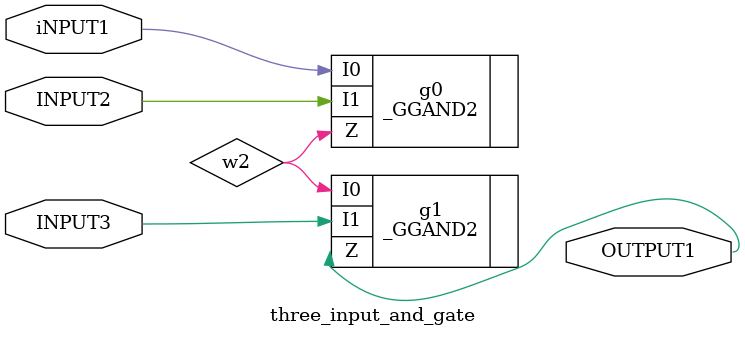
<source format=v>

`timescale 1ns/1ns


module main;    //: root_module
reg w3;    //: /sn:0 {0}(-90,288)(154,288)(154,293)(169,293){1}
reg w0;    //: /sn:0 {0}(-90,60)(154,60)(154,56)(169,56){1}
reg w30;    //: /sn:0 {0}(25,-70)(25,-54){1}
//: {2}(27,-52)(123,-52)(123,-40){3}
//: {4}(25,-50)(25,99){5}
//: {6}(27,101)(37,101)(37,105)(168,105){7}
//: {8}(25,103)(25,278)(169,278){9}
reg w29;    //: /sn:0 {0}(-60,-71)(-60,-40){1}
//: {2}(-58,-38)(73,-38)(73,-27){3}
//: {4}(-60,-36)(-60,200){5}
//: {6}(-58,202)(168,202){7}
//: {8}(-60,204)(-60,263)(169,263){9}
reg w1;    //: /sn:0 {0}(-89,137)(153,137)(153,135)(168,135){1}
reg w2;    //: /sn:0 {0}(-90,215)(153,215)(153,217)(168,217){1}
wire w6;    //: /sn:0 {0}(123,-24)(123,21){1}
//: {2}(125,23)(135,23)(135,26)(169,26){3}
//: {4}(123,25)(123,187)(168,187){5}
wire w7;    //: /sn:0 {0}(277,26)(359,26)(359,125)(374,125){1}
wire w19;    //: /sn:0 {0}(277,263)(359,263)(359,197)(374,197){1}
wire w24;    //: /sn:0 {0}(461,125)(507,125)(507,124)(521,124){1}
wire w11;    //: /sn:0 {0}(374,149)(324,149)(324,105)(276,105){1}
wire w15;    //: /sn:0 {0}(276,187)(325,187)(325,173)(374,173){1}
wire w5;    //: /sn:0 {0}(73,-11)(73,36){1}
//: {2}(75,38)(85,38)(85,41)(169,41){3}
//: {4}(73,40)(73,120)(168,120){5}
//: enddecls

  four_input_or_gate g8 (.input1(w7), .input2(w11), .input3(w15), .input4(w19), .output1(w24));   //: @(375, 102) /sz:(85, 119) /sn:0 /p:[ Li0>1 Li1>0 Li2>1 Li3>1 Ro0<0 ]
  three_input_and_gate g4 (.iNPUT1(w6), .INPUT2(w5), .INPUT3(w0), .OUTPUT1(w7));   //: @(170, 12) /sz:(106, 59) /sn:0 /p:[ Li0>3 Li1>3 Li2>1 Ro0<0 ]
  //: joint g16 (w6) @(123, 23) /w:[ 2 1 -1 4 ]
  //: SWITCH g3 (w3) @(-107,288) /sn:0 /w:[ 0 ] /st:0 /dn:1
  //: joint g17 (w30) @(25, 101) /w:[ 6 5 -1 8 ]
  //: SWITCH g2 (w2) @(-107,215) /sn:0 /w:[ 0 ] /st:0 /dn:1
  //: comment g23 @(-173,204) /sn:0
  //: /line:"D2"
  //: /end
  //: comment g24 @(-169,281) /sn:0
  //: /line:"D3"
  //: /end
  //: SWITCH g1 (w1) @(-106,137) /sn:0 /w:[ 0 ] /st:0 /dn:1
  //: LED g18 (w24) @(528,124) /sn:0 /R:3 /w:[ 1 ] /type:0
  //: joint g25 (w29) @(-60, 202) /w:[ 6 5 -1 8 ]
  _GGNBUF #(2) g10 (.I(w29), .Z(w5));   //: @(73,-21) /sn:0 /R:3 /w:[ 3 0 ]
  three_input_and_gate g6 (.iNPUT1(w6), .INPUT2(w29), .INPUT3(w2), .OUTPUT1(w15));   //: @(169, 173) /sz:(106, 59) /sn:0 /p:[ Li0>5 Li1>7 Li2>1 Ro0<0 ]
  _GGNBUF #(2) g9 (.I(w30), .Z(w6));   //: @(123,-34) /sn:0 /R:3 /w:[ 3 0 ]
  three_input_and_gate g7 (.iNPUT1(w29), .INPUT2(w30), .INPUT3(w3), .OUTPUT1(w19));   //: @(170, 249) /sz:(106, 59) /sn:0 /p:[ Li0>9 Li1>9 Li2>1 Ro0<0 ]
  //: comment g22 @(-172,127) /sn:0
  //: /line:"D1"
  //: /end
  //: SWITCH g12 (w30) @(25,-83) /sn:0 /R:3 /w:[ 0 ] /st:0 /dn:1
  //: joint g14 (w30) @(25, -52) /w:[ 2 1 -1 4 ]
  //: SWITCH g11 (w29) @(-60,-84) /sn:0 /R:3 /w:[ 0 ] /st:0 /dn:1
  three_input_and_gate g5 (.iNPUT1(w30), .INPUT2(w5), .INPUT3(w1), .OUTPUT1(w11));   //: @(169, 91) /sz:(106, 59) /sn:0 /p:[ Li0>7 Li1>5 Li2>1 Ro0<1 ]
  //: comment g21 @(-170,50) /sn:0
  //: /line:"D0"
  //: /end
  //: comment g19 @(-76,-133) /sn:0
  //: /line:"S1"
  //: /end
  //: comment g20 @(11,-133) /sn:0
  //: /line:"S0"
  //: /end
  //: joint g15 (w5) @(73, 38) /w:[ 2 1 -1 4 ]
  //: SWITCH g0 (w0) @(-107,60) /sn:0 /w:[ 0 ] /st:0 /dn:1
  //: joint g13 (w29) @(-60, -38) /w:[ 2 1 -1 4 ]

endmodule
//: /netlistEnd

//: /netlistBegin four_input_or_gate
module four_input_or_gate(input4, input3, input2, output1, input1);
//: /symbol:94236421638680
//: interface  /sz:(0, 0) /bd:[ ] /pd: 0 /pi: 0 /pe: 1 /pp: 1
input input4;    //: /sn:0 {0}(127,137)(97,137)(97,156)(82,156){1}
output output1;    //: /sn:0 {0}(222,96)(250,96)(250,95)(265,95){1}
input input3;    //: {0}(127,132)(94,132)(94,119)(-46:79,119){1}
input input2;    //: /sn:0 {0}(126,66)(100,66)(100,81)(79,81){1}
input input1;    //: {0}(126,61)(94,61)(94,44)(-99:79,44){1}
wire w2;    //: /sn:0 {0}(201,93)(162,93)(162,64)(147,64){1}
wire w5;    //: /sn:0 {0}(148,135)(186,135)(186,98)(201,98){1}
//: enddecls

  _GGOR2 #(6) g4 (.I0(input1), .I1(input2), .Z(w2));   //: @(137,64) /sn:0 /w:[ 0 0 1 ]
  //: IN g3 (input4) @(80,156) /sn:0 /w:[ 1 ]
  //: IN g2 (input3) @(77,119) /sn:0 /w:[ 1 ]
  //: IN g1 (input2) @(77,81) /sn:0 /w:[ 1 ]
  _GGOR2 #(6) g6 (.I0(w2), .I1(w5), .Z(output1));   //: @(212,96) /sn:0 /w:[ 0 1 0 ]
  //: OUT g7 (output1) @(262,95) /sn:0 /w:[ 1 ]
  _GGOR2 #(6) g5 (.I0(input3), .I1(input4), .Z(w5));   //: @(138,135) /sn:0 /w:[ 0 0 0 ]
  //: IN g0 (input1) @(77,44) /sn:0 /w:[ 1 ]

endmodule
//: /netlistEnd

//: /netlistBegin three_input_and_gate
module three_input_and_gate(INPUT3, INPUT2, iNPUT1, OUTPUT1);
//: interface  /sz:(106, 59) /bd:[ Li0>INPUT3(47/63) Li1>INPUT2(31/63) Li2>iNPUT1(16/63) Ro0<OUTPUT1(15/63) ] /pd: 0 /pi: 0 /pe: 1 /pp: 1
input iNPUT1;    //: {0}(77,53)(50:116,53)(116,73)(131,73){1}
output OUTPUT1;    //: {0}(213,92)(50:253,92){1}
input INPUT3;    //: {0}(79,112)(50:177,112)(177,94)(192,94){1}
input INPUT2;    //: {0}(79,81)(50:116,81)(116,78)(131,78){1}
wire w2;    //: /sn:0 {0}(152,76)(176,76)(176,89)(192,89){1}
//: enddecls

  //: IN g4 (INPUT3) @(77,112) /sn:0 /w:[ 0 ]
  //: IN g3 (INPUT2) @(77,81) /sn:0 /w:[ 0 ]
  //: IN g2 (iNPUT1) @(75,53) /sn:0 /w:[ 0 ]
  _GGAND2 #(6) g1 (.I0(w2), .I1(INPUT3), .Z(OUTPUT1));   //: @(203,92) /sn:0 /w:[ 1 1 0 ]
  //: OUT g5 (OUTPUT1) @(250,92) /sn:0 /w:[ 1 ]
  _GGAND2 #(6) g0 (.I0(iNPUT1), .I1(INPUT2), .Z(w2));   //: @(142,76) /sn:0 /w:[ 1 1 0 ]

endmodule
//: /netlistEnd


</source>
